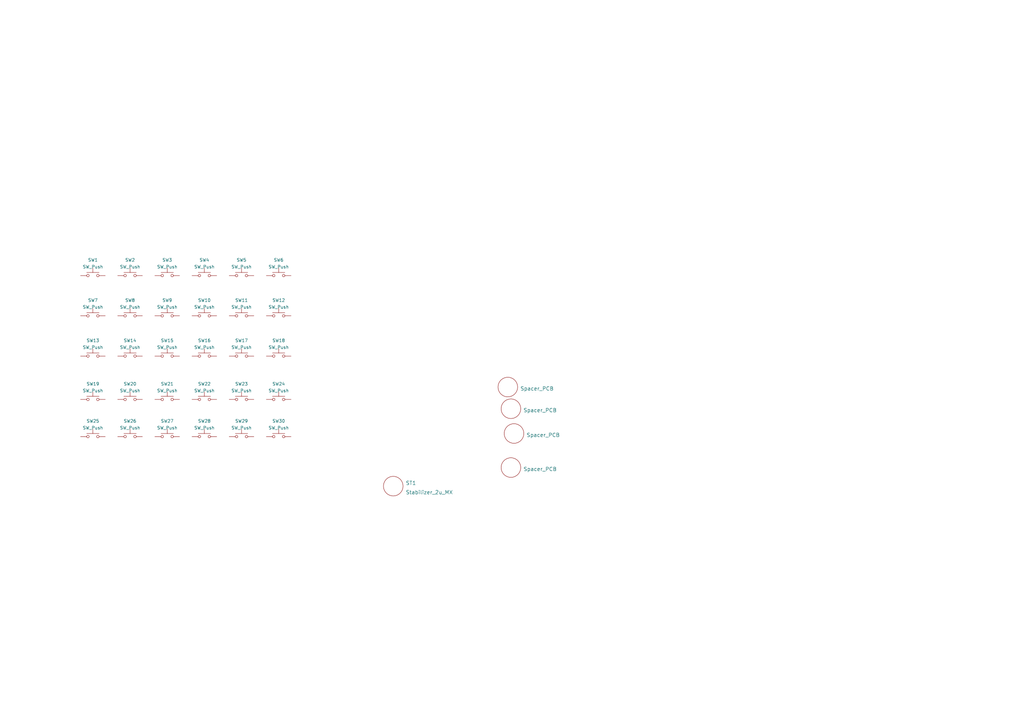
<source format=kicad_sch>
(kicad_sch (version 20211123) (generator eeschema)
  (paper "A3")
  (title_block (title "RefleXion - 60 Front Plate") (date "2022-10-14") (rev "v1.0.0") (company "Tweety's Wild Thinking") (comment 1 "Markus Knutsson <markus.knutsson@tweety.se>") (comment 2 "Concept: Pedro Quaresma <pq@live.ie>") (comment 3 "https://github.com/TweetyDaBird") (comment 4 "Licensed under Creative Commons BY-SA 4.0 International"))
  (lib_symbols
    (symbol "Keyboard Switches:SW_MX_HotSwap_Reversible" (pin_numbers hide) (pin_names (offset 1.016) hide)
      (property "Reference" "SW" (at 1.27 2.54 0))
      (property "Value" "SW_MX_HotSwap_Reversible" (at 0 -1.524 0))
      (symbol "SW_MX_HotSwap_Reversible_0_1"
        (circle (center -2.032 0) (radius 0.508))
        (polyline (pts (xy 0 1.27) (xy 0 3.048)))
        (polyline (pts (xy 2.54 1.27) (xy -2.54 1.27)))
        (circle (center 2.032 0) (radius 0.508))
        (pin passive line (at -5.08 0 0) (length 2.54) (name "1") (number "1"))
        (pin passive line (at 5.08 0 180) (length 2.54) (name "2") (number "2"))
      )
    )
    (symbol "Keyboard Switches:Stabilizer_2u_MX" (pin_names (offset 1.016))
      (property "Reference" "ST1" (at 0 -1.27 0))
      (property "Value" "Stabilizer_2u_MX" (at 0 1.27 0))
      (symbol "Stabilizer_2u_MX_0_1"
        (circle (center 0 0) (radius 4.0132))
      )
    )
    (symbol "Keyboard_Plate:Spacer_PCB" (pin_names (offset 1.016))
      (property "Value" "Spacer_PCB" (at 0 1.27 0))
      (symbol "Spacer_PCB_0_1"
        (circle (center 0 0) (radius 4.0132))
      )
    )
  )
  (symbol (lib_id "Keyboard Switches:SW_MX_HotSwap_Reversible") (at 38.1 179.07 0) (unit 1)
    (property "Reference" "SW25" (at 38.1 172.6905 0))
    (property "Value" "SW_Push" (at 38.1 175.4656 0))
    (property "Footprint" "Keyboard_Plate:SW_MX_Plate_Placeholder" (effects hide))
  )
  (symbol (lib_id "Keyboard Switches:SW_MX_HotSwap_Reversible") (at 83.82 146.05 0) (unit 1)
    (property "Reference" "SW16" (at 83.82 139.6705 0))
    (property "Value" "SW_Push" (at 83.82 142.4456 0))
    (property "Footprint" "Keyboard_Plate:SW_MX_Plate_Placeholder" (effects hide))
  )
  (symbol (lib_id "Keyboard Switches:Stabilizer_2u_MX") (at 161.29 199.39 0) (unit 1)
    (property "Reference" "ST1" (at 166.37 198.12 0) (effects (font (size 1.524 1.524)) (justify left)))
    (property "Value" "Stabilizer_2u_MX" (at 166.37 201.93 0) (effects (font (size 1.524 1.524)) (justify left)))
    (property "Footprint" "Keyboard_Plate:Stabilizer_Cherry_MX_2.00u_PLate" (effects hide))
  )
  (symbol (lib_id "Keyboard Switches:SW_MX_HotSwap_Reversible") (at 114.3 163.83 0) (unit 1)
    (property "Reference" "SW24" (at 114.3 157.4505 0))
    (property "Value" "SW_Push" (at 114.3 160.2256 0))
    (property "Footprint" "Keyboard_Plate:SW_MX_Plate_Placeholder" (effects hide))
  )
  (symbol (lib_id "Keyboard Switches:SW_MX_HotSwap_Reversible") (at 83.82 179.07 0) (unit 1)
    (property "Reference" "SW28" (at 83.82 172.6905 0))
    (property "Value" "SW_Push" (at 83.82 175.4656 0))
    (property "Footprint" "Keyboard_Plate:SW_MX_Plate_Placeholder" (effects hide))
  )
  (symbol (lib_id "Keyboard Switches:SW_MX_HotSwap_Reversible") (at 53.34 163.83 0) (unit 1)
    (property "Reference" "SW20" (at 53.34 157.4505 0))
    (property "Value" "SW_Push" (at 53.34 160.2256 0))
    (property "Footprint" "Keyboard_Plate:SW_MX_Plate_Placeholder" (effects hide))
  )
  (symbol (lib_id "Keyboard Switches:SW_MX_HotSwap_Reversible") (at 53.34 129.54 0) (unit 1)
    (property "Reference" "SW8" (at 53.34 123.1605 0))
    (property "Value" "SW_Push" (at 53.34 125.9356 0))
    (property "Footprint" "Keyboard_Plate:SW_MX_Plate_Placeholder" (effects hide))
  )
  (symbol (lib_id "Keyboard Switches:SW_MX_HotSwap_Reversible") (at 68.58 146.05 0) (unit 1)
    (property "Reference" "SW15" (at 68.58 139.6705 0))
    (property "Value" "SW_Push" (at 68.58 142.4456 0))
    (property "Footprint" "Keyboard_Plate:SW_MX_Plate_Placeholder" (effects hide))
  )
  (symbol (lib_id "Keyboard Switches:SW_MX_HotSwap_Reversible") (at 53.34 113.03 0) (unit 1)
    (property "Reference" "SW2" (at 53.34 106.6505 0))
    (property "Value" "SW_Push" (at 53.34 109.4256 0))
    (property "Footprint" "Keyboard_Plate:SW_MX_Plate_Placeholder" (effects hide))
  )
  (symbol (lib_id "Keyboard Switches:SW_MX_HotSwap_Reversible") (at 99.06 129.54 0) (unit 1)
    (property "Reference" "SW11" (at 99.06 123.1605 0))
    (property "Value" "SW_Push" (at 99.06 125.9356 0))
    (property "Footprint" "Keyboard_Plate:SW_MX_Plate_Placeholder" (effects hide))
  )
  (symbol (lib_id "Keyboard_Plate:Spacer_PCB") (at 209.55 191.77 0) (unit 1)
    (property "Reference" "H1" (effects hide))
    (property "Value" "Spacer_PCB" (at 214.63 192.405 0) (effects (font (size 1.524 1.524)) (justify left)))
    (property "Footprint" "Keyboard_Plate:Spacer Plate hole" (effects hide))
  )
  (symbol (lib_id "Keyboard_Plate:Spacer_PCB") (at 208.28 158.75 0) (unit 1)
    (property "Reference" "H2" (effects hide))
    (property "Value" "Spacer_PCB" (at 213.36 159.385 0) (effects (font (size 1.524 1.524)) (justify left)))
    (property "Footprint" "Keyboard_Plate:Spacer Plate hole" (effects hide))
  )
  (symbol (lib_id "Keyboard Switches:SW_MX_HotSwap_Reversible") (at 114.3 179.07 0) (unit 1)
    (property "Reference" "SW30" (at 114.3 172.6905 0))
    (property "Value" "SW_Push" (at 114.3 175.4656 0))
    (property "Footprint" "Keyboard_Plate:SW_MX_Plate_Placeholder" (effects hide))
  )
  (symbol (lib_id "Keyboard Switches:SW_MX_HotSwap_Reversible") (at 114.3 129.54 0) (unit 1)
    (property "Reference" "SW12" (at 114.3 123.1605 0))
    (property "Value" "SW_Push" (at 114.3 125.9356 0))
    (property "Footprint" "Keyboard_Plate:SW_MX_Plate_Placeholder" (effects hide))
  )
  (symbol (lib_id "Keyboard Switches:SW_MX_HotSwap_Reversible") (at 83.82 129.54 0) (unit 1)
    (property "Reference" "SW10" (at 83.82 123.1605 0))
    (property "Value" "SW_Push" (at 83.82 125.9356 0))
    (property "Footprint" "Keyboard_Plate:SW_MX_Plate_Placeholder" (effects hide))
  )
  (symbol (lib_id "Keyboard_Plate:Spacer_PCB") (at 209.55 167.64 0) (unit 1)
    (property "Reference" "H3" (effects hide))
    (property "Value" "Spacer_PCB" (at 214.63 168.275 0) (effects (font (size 1.524 1.524)) (justify left)))
    (property "Footprint" "Keyboard_Plate:Spacer Plate hole" (effects hide))
  )
  (symbol (lib_id "Keyboard Switches:SW_MX_HotSwap_Reversible") (at 68.58 179.07 0) (unit 1)
    (property "Reference" "SW27" (at 68.58 172.6905 0))
    (property "Value" "SW_Push" (at 68.58 175.4656 0))
    (property "Footprint" "Keyboard_Plate:SW_MX_Plate_Placeholder" (effects hide))
  )
  (symbol (lib_id "Keyboard Switches:SW_MX_HotSwap_Reversible") (at 83.82 113.03 0) (unit 1)
    (property "Reference" "SW4" (at 83.82 106.6505 0))
    (property "Value" "SW_Push" (at 83.82 109.4256 0))
    (property "Footprint" "Keyboard_Plate:SW_MX_Plate_Placeholder" (effects hide))
  )
  (symbol (lib_id "Keyboard Switches:SW_MX_HotSwap_Reversible") (at 38.1 163.83 0) (unit 1)
    (property "Reference" "SW19" (at 38.1 157.4505 0))
    (property "Value" "SW_Push" (at 38.1 160.2256 0))
    (property "Footprint" "Keyboard_Plate:SW_MX_Plate_Placeholder" (effects hide))
  )
  (symbol (lib_id "Keyboard Switches:SW_MX_HotSwap_Reversible") (at 38.1 129.54 0) (unit 1)
    (property "Reference" "SW7" (at 38.1 123.1605 0))
    (property "Value" "SW_Push" (at 38.1 125.9356 0))
    (property "Footprint" "Keyboard_Plate:SW_MX_Plate_Placeholder" (effects hide))
  )
  (symbol (lib_id "Keyboard Switches:SW_MX_HotSwap_Reversible") (at 38.1 146.05 0) (unit 1)
    (property "Reference" "SW13" (at 38.1 139.6705 0))
    (property "Value" "SW_Push" (at 38.1 142.4456 0))
    (property "Footprint" "Keyboard_Plate:SW_MX_Plate_Placeholder" (effects hide))
  )
  (symbol (lib_id "Keyboard Switches:SW_MX_HotSwap_Reversible") (at 99.06 163.83 0) (unit 1)
    (property "Reference" "SW23" (at 99.06 157.4505 0))
    (property "Value" "SW_Push" (at 99.06 160.2256 0))
    (property "Footprint" "Keyboard_Plate:SW_MX_Plate_Placeholder" (effects hide))
  )
  (symbol (lib_id "Keyboard Switches:SW_MX_HotSwap_Reversible") (at 68.58 129.54 0) (unit 1)
    (property "Reference" "SW9" (at 68.58 123.1605 0))
    (property "Value" "SW_Push" (at 68.58 125.9356 0))
    (property "Footprint" "Keyboard_Plate:SW_MX_Plate_Placeholder" (effects hide))
  )
  (symbol (lib_id "Keyboard Switches:SW_MX_HotSwap_Reversible") (at 114.3 146.05 0) (unit 1)
    (property "Reference" "SW18" (at 114.3 139.6705 0))
    (property "Value" "SW_Push" (at 114.3 142.4456 0))
    (property "Footprint" "Keyboard_Plate:SW_MX_Plate_Placeholder" (effects hide))
  )
  (symbol (lib_id "Keyboard_Plate:Spacer_PCB") (at 210.82 177.8 0) (unit 1)
    (property "Reference" "H4" (effects hide))
    (property "Value" "Spacer_PCB" (at 215.9 178.435 0) (effects (font (size 1.524 1.524)) (justify left)))
    (property "Footprint" "Keyboard_Plate:Spacer Plate hole" (effects hide))
  )
  (symbol (lib_id "Keyboard Switches:SW_MX_HotSwap_Reversible") (at 99.06 179.07 0) (unit 1)
    (property "Reference" "SW29" (at 99.06 172.6905 0))
    (property "Value" "SW_Push" (at 99.06 175.4656 0))
    (property "Footprint" "Keyboard_Plate:SW_MX_Plate_Placeholder" (effects hide))
  )
  (symbol (lib_id "Keyboard Switches:SW_MX_HotSwap_Reversible") (at 99.06 146.05 0) (unit 1)
    (property "Reference" "SW17" (at 99.06 139.6705 0))
    (property "Value" "SW_Push" (at 99.06 142.4456 0))
    (property "Footprint" "Keyboard_Plate:SW_MX_Plate_Placeholder" (effects hide))
  )
  (symbol (lib_id "Keyboard Switches:SW_MX_HotSwap_Reversible") (at 99.06 113.03 0) (unit 1)
    (property "Reference" "SW5" (at 99.06 106.6505 0))
    (property "Value" "SW_Push" (at 99.06 109.4256 0))
    (property "Footprint" "Keyboard_Plate:SW_MX_Plate_Placeholder" (effects hide))
  )
  (symbol (lib_id "Keyboard Switches:SW_MX_HotSwap_Reversible") (at 68.58 113.03 0) (unit 1)
    (property "Reference" "SW3" (at 68.58 106.6505 0))
    (property "Value" "SW_Push" (at 68.58 109.4256 0))
    (property "Footprint" "Keyboard_Plate:SW_MX_Plate_Placeholder" (effects hide))
  )
  (symbol (lib_id "Keyboard Switches:SW_MX_HotSwap_Reversible") (at 38.1 113.03 0) (unit 1)
    (property "Reference" "SW1" (at 38.1 106.6505 0))
    (property "Value" "SW_Push" (at 38.1 109.4256 0))
    (property "Footprint" "Keyboard_Plate:SW_MX_Plate_Placeholder" (effects hide))
  )
  (symbol (lib_id "Keyboard Switches:SW_MX_HotSwap_Reversible") (at 114.3 113.03 0) (unit 1)
    (property "Reference" "SW6" (at 114.3 106.6505 0))
    (property "Value" "SW_Push" (at 114.3 109.4256 0))
    (property "Footprint" "Keyboard_Plate:SW_MX_Plate_Placeholder" (effects hide))
  )
  (symbol (lib_id "Keyboard Switches:SW_MX_HotSwap_Reversible") (at 53.34 146.05 0) (unit 1)
    (property "Reference" "SW14" (at 53.34 139.6705 0))
    (property "Value" "SW_Push" (at 53.34 142.4456 0))
    (property "Footprint" "Keyboard_Plate:SW_MX_Plate_Placeholder" (effects hide))
  )
  (symbol (lib_id "Keyboard Switches:SW_MX_HotSwap_Reversible") (at 53.34 179.07 0) (unit 1)
    (property "Reference" "SW26" (at 53.34 172.6905 0))
    (property "Value" "SW_Push" (at 53.34 175.4656 0))
    (property "Footprint" "Keyboard_Plate:SW_MX_Plate_Placeholder" (effects hide))
  )
  (symbol (lib_id "Keyboard Switches:SW_MX_HotSwap_Reversible") (at 83.82 163.83 0) (unit 1)
    (property "Reference" "SW22" (at 83.82 157.4505 0))
    (property "Value" "SW_Push" (at 83.82 160.2256 0))
    (property "Footprint" "Keyboard_Plate:SW_MX_Plate_Placeholder" (effects hide))
  )
  (symbol (lib_id "Keyboard Switches:SW_MX_HotSwap_Reversible") (at 68.58 163.83 0) (unit 1)
    (property "Reference" "SW21" (at 68.58 157.4505 0))
    (property "Value" "SW_Push" (at 68.58 160.2256 0))
    (property "Footprint" "Keyboard_Plate:SW_MX_Plate_Placeholder" (effects hide))
  )
)
</source>
